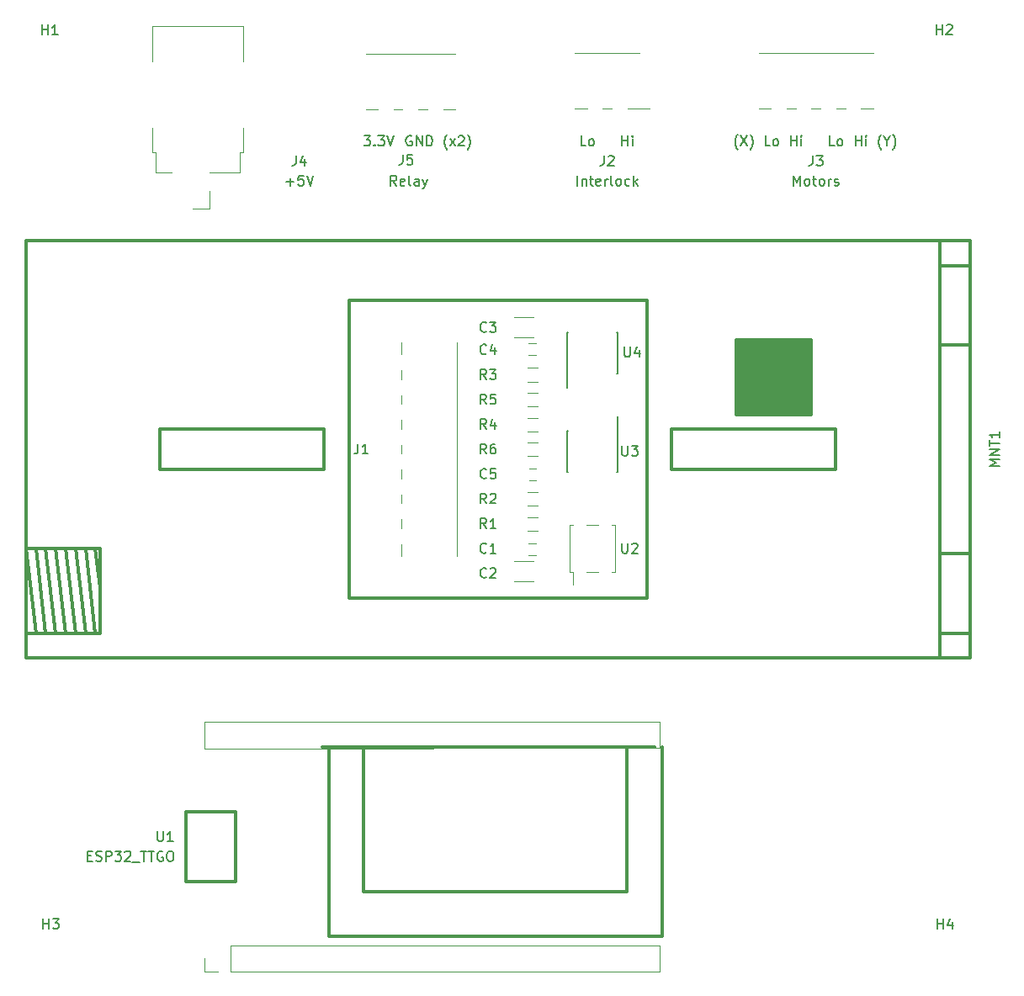
<source format=gto>
%TF.GenerationSoftware,KiCad,Pcbnew,(5.0.0-rc2-dev)*%
%TF.CreationDate,2018-05-14T12:38:31-07:00*%
%TF.ProjectId,makerlabs-acm-reader-lock_v1.0.0,6D616B65726C6162732D61636D2D7265,rev?*%
%TF.SameCoordinates,Original*%
%TF.FileFunction,Legend,Top*%
%TF.FilePolarity,Positive*%
%FSLAX46Y46*%
G04 Gerber Fmt 4.6, Leading zero omitted, Abs format (unit mm)*
G04 Created by KiCad (PCBNEW (5.0.0-rc2-dev)) date Monday, May 14, 2018 at 12:38:31 PM*
%MOMM*%
%LPD*%
G01*
G04 APERTURE LIST*
%ADD10C,0.150000*%
%ADD11C,0.120000*%
%ADD12C,0.300000*%
G04 APERTURE END LIST*
D10*
X196000000Y-62452380D02*
X196000000Y-61452380D01*
X196000000Y-61928571D02*
X196571428Y-61928571D01*
X196571428Y-62452380D02*
X196571428Y-61452380D01*
X197047619Y-62452380D02*
X197047619Y-61785714D01*
X197047619Y-61452380D02*
X197000000Y-61500000D01*
X197047619Y-61547619D01*
X197095238Y-61500000D01*
X197047619Y-61452380D01*
X197047619Y-61547619D01*
X198571428Y-62833333D02*
X198523809Y-62785714D01*
X198428571Y-62642857D01*
X198380952Y-62547619D01*
X198333333Y-62404761D01*
X198285714Y-62166666D01*
X198285714Y-61976190D01*
X198333333Y-61738095D01*
X198380952Y-61595238D01*
X198428571Y-61500000D01*
X198523809Y-61357142D01*
X198571428Y-61309523D01*
X199142857Y-61976190D02*
X199142857Y-62452380D01*
X198809523Y-61452380D02*
X199142857Y-61976190D01*
X199476190Y-61452380D01*
X199714285Y-62833333D02*
X199761904Y-62785714D01*
X199857142Y-62642857D01*
X199904761Y-62547619D01*
X199952380Y-62404761D01*
X200000000Y-62166666D01*
X200000000Y-61976190D01*
X199952380Y-61738095D01*
X199904761Y-61595238D01*
X199857142Y-61500000D01*
X199761904Y-61357142D01*
X199714285Y-61309523D01*
X193857142Y-62452380D02*
X193380952Y-62452380D01*
X193380952Y-61452380D01*
X194333333Y-62452380D02*
X194238095Y-62404761D01*
X194190476Y-62357142D01*
X194142857Y-62261904D01*
X194142857Y-61976190D01*
X194190476Y-61880952D01*
X194238095Y-61833333D01*
X194333333Y-61785714D01*
X194476190Y-61785714D01*
X194571428Y-61833333D01*
X194619047Y-61880952D01*
X194666666Y-61976190D01*
X194666666Y-62261904D01*
X194619047Y-62357142D01*
X194571428Y-62404761D01*
X194476190Y-62452380D01*
X194333333Y-62452380D01*
X189476190Y-62452380D02*
X189476190Y-61452380D01*
X189476190Y-61928571D02*
X190047619Y-61928571D01*
X190047619Y-62452380D02*
X190047619Y-61452380D01*
X190523809Y-62452380D02*
X190523809Y-61785714D01*
X190523809Y-61452380D02*
X190476190Y-61500000D01*
X190523809Y-61547619D01*
X190571428Y-61500000D01*
X190523809Y-61452380D01*
X190523809Y-61547619D01*
X184142857Y-62833333D02*
X184095238Y-62785714D01*
X184000000Y-62642857D01*
X183952380Y-62547619D01*
X183904761Y-62404761D01*
X183857142Y-62166666D01*
X183857142Y-61976190D01*
X183904761Y-61738095D01*
X183952380Y-61595238D01*
X184000000Y-61500000D01*
X184095238Y-61357142D01*
X184142857Y-61309523D01*
X184428571Y-61452380D02*
X185095238Y-62452380D01*
X185095238Y-61452380D02*
X184428571Y-62452380D01*
X185380952Y-62833333D02*
X185428571Y-62785714D01*
X185523809Y-62642857D01*
X185571428Y-62547619D01*
X185619047Y-62404761D01*
X185666666Y-62166666D01*
X185666666Y-61976190D01*
X185619047Y-61738095D01*
X185571428Y-61595238D01*
X185523809Y-61500000D01*
X185428571Y-61357142D01*
X185380952Y-61309523D01*
X187380952Y-62452380D02*
X186904761Y-62452380D01*
X186904761Y-61452380D01*
X187857142Y-62452380D02*
X187761904Y-62404761D01*
X187714285Y-62357142D01*
X187666666Y-62261904D01*
X187666666Y-61976190D01*
X187714285Y-61880952D01*
X187761904Y-61833333D01*
X187857142Y-61785714D01*
X188000000Y-61785714D01*
X188095238Y-61833333D01*
X188142857Y-61880952D01*
X188190476Y-61976190D01*
X188190476Y-62261904D01*
X188142857Y-62357142D01*
X188095238Y-62404761D01*
X188000000Y-62452380D01*
X187857142Y-62452380D01*
X172476190Y-62452380D02*
X172476190Y-61452380D01*
X172476190Y-61928571D02*
X173047619Y-61928571D01*
X173047619Y-62452380D02*
X173047619Y-61452380D01*
X173523809Y-62452380D02*
X173523809Y-61785714D01*
X173523809Y-61452380D02*
X173476190Y-61500000D01*
X173523809Y-61547619D01*
X173571428Y-61500000D01*
X173523809Y-61452380D01*
X173523809Y-61547619D01*
X168857142Y-62452380D02*
X168380952Y-62452380D01*
X168380952Y-61452380D01*
X169333333Y-62452380D02*
X169238095Y-62404761D01*
X169190476Y-62357142D01*
X169142857Y-62261904D01*
X169142857Y-61976190D01*
X169190476Y-61880952D01*
X169238095Y-61833333D01*
X169333333Y-61785714D01*
X169476190Y-61785714D01*
X169571428Y-61833333D01*
X169619047Y-61880952D01*
X169666666Y-61976190D01*
X169666666Y-62261904D01*
X169619047Y-62357142D01*
X169571428Y-62404761D01*
X169476190Y-62452380D01*
X169333333Y-62452380D01*
X151309523Y-61500000D02*
X151214285Y-61452380D01*
X151071428Y-61452380D01*
X150928571Y-61500000D01*
X150833333Y-61595238D01*
X150785714Y-61690476D01*
X150738095Y-61880952D01*
X150738095Y-62023809D01*
X150785714Y-62214285D01*
X150833333Y-62309523D01*
X150928571Y-62404761D01*
X151071428Y-62452380D01*
X151166666Y-62452380D01*
X151309523Y-62404761D01*
X151357142Y-62357142D01*
X151357142Y-62023809D01*
X151166666Y-62023809D01*
X151785714Y-62452380D02*
X151785714Y-61452380D01*
X152357142Y-62452380D01*
X152357142Y-61452380D01*
X152833333Y-62452380D02*
X152833333Y-61452380D01*
X153071428Y-61452380D01*
X153214285Y-61500000D01*
X153309523Y-61595238D01*
X153357142Y-61690476D01*
X153404761Y-61880952D01*
X153404761Y-62023809D01*
X153357142Y-62214285D01*
X153309523Y-62309523D01*
X153214285Y-62404761D01*
X153071428Y-62452380D01*
X152833333Y-62452380D01*
X154880952Y-62833333D02*
X154833333Y-62785714D01*
X154738095Y-62642857D01*
X154690476Y-62547619D01*
X154642857Y-62404761D01*
X154595238Y-62166666D01*
X154595238Y-61976190D01*
X154642857Y-61738095D01*
X154690476Y-61595238D01*
X154738095Y-61500000D01*
X154833333Y-61357142D01*
X154880952Y-61309523D01*
X155166666Y-62452380D02*
X155690476Y-61785714D01*
X155166666Y-61785714D02*
X155690476Y-62452380D01*
X156023809Y-61547619D02*
X156071428Y-61500000D01*
X156166666Y-61452380D01*
X156404761Y-61452380D01*
X156500000Y-61500000D01*
X156547619Y-61547619D01*
X156595238Y-61642857D01*
X156595238Y-61738095D01*
X156547619Y-61880952D01*
X155976190Y-62452380D01*
X156595238Y-62452380D01*
X156928571Y-62833333D02*
X156976190Y-62785714D01*
X157071428Y-62642857D01*
X157119047Y-62547619D01*
X157166666Y-62404761D01*
X157214285Y-62166666D01*
X157214285Y-61976190D01*
X157166666Y-61738095D01*
X157119047Y-61595238D01*
X157071428Y-61500000D01*
X156976190Y-61357142D01*
X156928571Y-61309523D01*
X146523809Y-61452380D02*
X147142857Y-61452380D01*
X146809523Y-61833333D01*
X146952380Y-61833333D01*
X147047619Y-61880952D01*
X147095238Y-61928571D01*
X147142857Y-62023809D01*
X147142857Y-62261904D01*
X147095238Y-62357142D01*
X147047619Y-62404761D01*
X146952380Y-62452380D01*
X146666666Y-62452380D01*
X146571428Y-62404761D01*
X146523809Y-62357142D01*
X147571428Y-62357142D02*
X147619047Y-62404761D01*
X147571428Y-62452380D01*
X147523809Y-62404761D01*
X147571428Y-62357142D01*
X147571428Y-62452380D01*
X147952380Y-61452380D02*
X148571428Y-61452380D01*
X148238095Y-61833333D01*
X148380952Y-61833333D01*
X148476190Y-61880952D01*
X148523809Y-61928571D01*
X148571428Y-62023809D01*
X148571428Y-62261904D01*
X148523809Y-62357142D01*
X148476190Y-62404761D01*
X148380952Y-62452380D01*
X148095238Y-62452380D01*
X148000000Y-62404761D01*
X147952380Y-62357142D01*
X148857142Y-61452380D02*
X149190476Y-62452380D01*
X149523809Y-61452380D01*
D11*
%TO.C,C1*%
X163100000Y-102500000D02*
X163800000Y-102500000D01*
X163800000Y-103700000D02*
X163100000Y-103700000D01*
%TO.C,C4*%
X163100000Y-82300000D02*
X163800000Y-82300000D01*
X163800000Y-83500000D02*
X163100000Y-83500000D01*
%TO.C,C5*%
X163850000Y-96100000D02*
X163150000Y-96100000D01*
X163150000Y-94900000D02*
X163850000Y-94900000D01*
%TO.C,C2*%
X161600000Y-106320000D02*
X163600000Y-106320000D01*
X163600000Y-104280000D02*
X161600000Y-104280000D01*
%TO.C,C3*%
X161600000Y-81720000D02*
X163600000Y-81720000D01*
X163600000Y-79680000D02*
X161600000Y-79680000D01*
%TO.C,U2*%
X170120000Y-100650000D02*
X168880000Y-100650000D01*
X170120000Y-105350000D02*
X168880000Y-105350000D01*
X167550000Y-105350000D02*
X167200000Y-105350000D01*
X167200000Y-105350000D02*
X167200000Y-100650000D01*
X167200000Y-100650000D02*
X167550000Y-100650000D01*
X167550000Y-105350000D02*
X167550000Y-106600000D01*
X171450000Y-105350000D02*
X171800000Y-105350000D01*
X171800000Y-105350000D02*
X171800000Y-100650000D01*
X171800000Y-100650000D02*
X171450000Y-100650000D01*
D10*
%TO.C,U3*%
X172025000Y-91125000D02*
X172025000Y-89725000D01*
X166925000Y-91125000D02*
X166925000Y-95275000D01*
X172075000Y-91125000D02*
X172075000Y-95275000D01*
X166925000Y-91125000D02*
X167070000Y-91125000D01*
X166925000Y-95275000D02*
X167070000Y-95275000D01*
X172075000Y-95275000D02*
X171930000Y-95275000D01*
X172075000Y-91125000D02*
X172025000Y-91125000D01*
%TO.C,U4*%
X166925000Y-85375000D02*
X166975000Y-85375000D01*
X166925000Y-81225000D02*
X167070000Y-81225000D01*
X172075000Y-81225000D02*
X171930000Y-81225000D01*
X172075000Y-85375000D02*
X171930000Y-85375000D01*
X166925000Y-85375000D02*
X166925000Y-81225000D01*
X172075000Y-85375000D02*
X172075000Y-81225000D01*
X166975000Y-85375000D02*
X166975000Y-86775000D01*
D11*
%TO.C,J1*%
X150300000Y-83450000D02*
X150300000Y-82250000D01*
X150300000Y-85950000D02*
X150300000Y-85050000D01*
X150300000Y-88450000D02*
X150300000Y-87550000D01*
X150300000Y-90950000D02*
X150300000Y-90050000D01*
X150300000Y-93450000D02*
X150300000Y-92550000D01*
X150300000Y-95950000D02*
X150300000Y-95050000D01*
X150300000Y-98450000D02*
X150300000Y-97550000D01*
X150300000Y-100950000D02*
X150300000Y-100050000D01*
X150300000Y-103750000D02*
X150300000Y-102550000D01*
X155900000Y-82250000D02*
X155900000Y-103750000D01*
%TO.C,J2*%
X168950000Y-58700000D02*
X167750000Y-58700000D01*
X171450000Y-58700000D02*
X170550000Y-58700000D01*
X175250000Y-58700000D02*
X173050000Y-58700000D01*
X167750000Y-53100000D02*
X174250000Y-53100000D01*
%TO.C,J3*%
X186250000Y-53100000D02*
X197750000Y-53100000D01*
X197750000Y-58700000D02*
X196550000Y-58700000D01*
X194950000Y-58700000D02*
X194050000Y-58700000D01*
X192450000Y-58700000D02*
X191550000Y-58700000D01*
X192450000Y-58700000D02*
X191550000Y-58700000D01*
X189950000Y-58700000D02*
X189050000Y-58700000D01*
X189950000Y-58700000D02*
X189050000Y-58700000D01*
X187450000Y-58700000D02*
X186250000Y-58700000D01*
D12*
%TO.C,MNT1*%
X119500000Y-103000000D02*
X120000000Y-107000000D01*
X118500000Y-103000000D02*
X119500000Y-111500000D01*
X117500000Y-103000000D02*
X118500000Y-111500000D01*
X116500000Y-103000000D02*
X117500000Y-111500000D01*
X115500000Y-103000000D02*
X116500000Y-111500000D01*
X114500000Y-103000000D02*
X115500000Y-111500000D01*
X113500000Y-103000000D02*
X114500000Y-111500000D01*
X112500000Y-103000000D02*
X113500000Y-111500000D01*
D10*
G36*
X184000000Y-89500000D02*
X184000000Y-82000000D01*
X191500000Y-82000000D01*
X191500000Y-89500000D01*
X184000000Y-89500000D01*
G37*
X184000000Y-89500000D02*
X184000000Y-82000000D01*
X191500000Y-82000000D01*
X191500000Y-89500000D01*
X184000000Y-89500000D01*
D12*
X191500000Y-82000000D02*
X191500000Y-89500000D01*
X184000000Y-82000000D02*
X191500000Y-82000000D01*
X184000000Y-89500000D02*
X184000000Y-82000000D01*
X191500000Y-89500000D02*
X184000000Y-89500000D01*
X120000000Y-103000000D02*
X112500000Y-103000000D01*
X120000000Y-111500000D02*
X120000000Y-103000000D01*
X112500000Y-111500000D02*
X120000000Y-111500000D01*
X204500000Y-103500000D02*
X204500000Y-111500000D01*
X207500000Y-103500000D02*
X204500000Y-103500000D01*
X207500000Y-111500000D02*
X207500000Y-103500000D01*
X204500000Y-111500000D02*
X207500000Y-111500000D01*
X207500000Y-82500000D02*
X207500000Y-74500000D01*
X204500000Y-82500000D02*
X207500000Y-82500000D01*
X204500000Y-74500000D02*
X204500000Y-82500000D01*
X207500000Y-74500000D02*
X204500000Y-74500000D01*
X204500000Y-72000000D02*
X204500000Y-114000000D01*
X207500000Y-72000000D02*
X204500000Y-72000000D01*
X207500000Y-114000000D02*
X207500000Y-72000000D01*
X204500000Y-114000000D02*
X207500000Y-114000000D01*
X177500000Y-91000000D02*
X177500000Y-95000000D01*
X194000000Y-91000000D02*
X177500000Y-91000000D01*
X194000000Y-95000000D02*
X194000000Y-91000000D01*
X177500000Y-95000000D02*
X194000000Y-95000000D01*
X126000000Y-95000000D02*
X142500000Y-95000000D01*
X126000000Y-91000000D02*
X126000000Y-95000000D01*
X142500000Y-91000000D02*
X126000000Y-91000000D01*
X142500000Y-95000000D02*
X142500000Y-91000000D01*
X175000000Y-108000000D02*
X145000000Y-108000000D01*
X175000000Y-78000000D02*
X175000000Y-108000000D01*
X145000000Y-78000000D02*
X175000000Y-78000000D01*
X145000000Y-108000000D02*
X145000000Y-78000000D01*
X112500000Y-72000000D02*
X112500000Y-114000000D01*
X207500000Y-72000000D02*
X112500000Y-72000000D01*
X207500000Y-114000000D02*
X207500000Y-72000000D01*
X112500000Y-114000000D02*
X207500000Y-114000000D01*
D11*
%TO.C,U1*%
X130450000Y-123100000D02*
X130450000Y-120400000D01*
X130450000Y-120400000D02*
X176310000Y-120420000D01*
X130450000Y-123100000D02*
X176310000Y-123080000D01*
X176310000Y-123080000D02*
X176310000Y-120420000D01*
X176310000Y-145580000D02*
X176310000Y-142920000D01*
X133070000Y-145580000D02*
X176310000Y-145580000D01*
X133070000Y-142920000D02*
X176310000Y-142920000D01*
X133070000Y-145580000D02*
X133070000Y-142920000D01*
X131800000Y-145580000D02*
X130470000Y-145580000D01*
X130470000Y-145580000D02*
X130470000Y-144250000D01*
D12*
X176500000Y-142000000D02*
X176500000Y-123000000D01*
X175800000Y-123000000D02*
X142300000Y-123000000D01*
X143000000Y-123000000D02*
X143000000Y-142000000D01*
X143000000Y-142000000D02*
X176500000Y-142000000D01*
X173000000Y-137500000D02*
X146500000Y-137500000D01*
X146500000Y-137500000D02*
X146500000Y-123000000D01*
X145800000Y-123000000D02*
X172300000Y-123000000D01*
X173000000Y-123000000D02*
X173000000Y-137500000D01*
X128600000Y-136500000D02*
X133600000Y-136500000D01*
X133600000Y-136500000D02*
X133600000Y-129500000D01*
X133600000Y-129500000D02*
X128600000Y-129500000D01*
X128600000Y-129500000D02*
X128600000Y-136500000D01*
D11*
%TO.C,J4*%
X130990000Y-68740000D02*
X129250000Y-68740000D01*
X130990000Y-67000000D02*
X130990000Y-68740000D01*
X125200000Y-63100000D02*
X125200000Y-60650000D01*
X125600000Y-63100000D02*
X125200000Y-63100000D01*
X125600000Y-65100000D02*
X125600000Y-63100000D01*
X127200000Y-65100000D02*
X125600000Y-65100000D01*
X134000000Y-65100000D02*
X131000000Y-65100000D01*
X134000000Y-63100000D02*
X134000000Y-65100000D01*
X134400000Y-63100000D02*
X134000000Y-63100000D01*
X134400000Y-60650000D02*
X134400000Y-63100000D01*
X134400000Y-50400000D02*
X134400000Y-53950000D01*
X125200000Y-50400000D02*
X134400000Y-50400000D01*
X125200000Y-53950000D02*
X125200000Y-50400000D01*
%TO.C,R1*%
X163000000Y-99820000D02*
X164000000Y-99820000D01*
X164000000Y-101180000D02*
X163000000Y-101180000D01*
%TO.C,R2*%
X163000000Y-97320000D02*
X164000000Y-97320000D01*
X164000000Y-98680000D02*
X163000000Y-98680000D01*
%TO.C,R3*%
X163000000Y-84820000D02*
X164000000Y-84820000D01*
X164000000Y-86180000D02*
X163000000Y-86180000D01*
%TO.C,R4*%
X163000000Y-89820000D02*
X164000000Y-89820000D01*
X164000000Y-91180000D02*
X163000000Y-91180000D01*
%TO.C,R5*%
X164000000Y-88680000D02*
X163000000Y-88680000D01*
X163000000Y-87320000D02*
X164000000Y-87320000D01*
%TO.C,R6*%
X164000000Y-93680000D02*
X163000000Y-93680000D01*
X163000000Y-92320000D02*
X164000000Y-92320000D01*
%TO.C,J5*%
X146700000Y-53200000D02*
X155700000Y-53200000D01*
X155700000Y-58800000D02*
X154500000Y-58800000D01*
X152900000Y-58800000D02*
X152000000Y-58800000D01*
X150400000Y-58800000D02*
X149500000Y-58800000D01*
X147900000Y-58800000D02*
X146700000Y-58800000D01*
%TO.C,C1*%
D10*
X158833333Y-103357142D02*
X158785714Y-103404761D01*
X158642857Y-103452380D01*
X158547619Y-103452380D01*
X158404761Y-103404761D01*
X158309523Y-103309523D01*
X158261904Y-103214285D01*
X158214285Y-103023809D01*
X158214285Y-102880952D01*
X158261904Y-102690476D01*
X158309523Y-102595238D01*
X158404761Y-102500000D01*
X158547619Y-102452380D01*
X158642857Y-102452380D01*
X158785714Y-102500000D01*
X158833333Y-102547619D01*
X159785714Y-103452380D02*
X159214285Y-103452380D01*
X159500000Y-103452380D02*
X159500000Y-102452380D01*
X159404761Y-102595238D01*
X159309523Y-102690476D01*
X159214285Y-102738095D01*
%TO.C,C4*%
X158833333Y-83357142D02*
X158785714Y-83404761D01*
X158642857Y-83452380D01*
X158547619Y-83452380D01*
X158404761Y-83404761D01*
X158309523Y-83309523D01*
X158261904Y-83214285D01*
X158214285Y-83023809D01*
X158214285Y-82880952D01*
X158261904Y-82690476D01*
X158309523Y-82595238D01*
X158404761Y-82500000D01*
X158547619Y-82452380D01*
X158642857Y-82452380D01*
X158785714Y-82500000D01*
X158833333Y-82547619D01*
X159690476Y-82785714D02*
X159690476Y-83452380D01*
X159452380Y-82404761D02*
X159214285Y-83119047D01*
X159833333Y-83119047D01*
%TO.C,C5*%
X158833333Y-95857142D02*
X158785714Y-95904761D01*
X158642857Y-95952380D01*
X158547619Y-95952380D01*
X158404761Y-95904761D01*
X158309523Y-95809523D01*
X158261904Y-95714285D01*
X158214285Y-95523809D01*
X158214285Y-95380952D01*
X158261904Y-95190476D01*
X158309523Y-95095238D01*
X158404761Y-95000000D01*
X158547619Y-94952380D01*
X158642857Y-94952380D01*
X158785714Y-95000000D01*
X158833333Y-95047619D01*
X159738095Y-94952380D02*
X159261904Y-94952380D01*
X159214285Y-95428571D01*
X159261904Y-95380952D01*
X159357142Y-95333333D01*
X159595238Y-95333333D01*
X159690476Y-95380952D01*
X159738095Y-95428571D01*
X159785714Y-95523809D01*
X159785714Y-95761904D01*
X159738095Y-95857142D01*
X159690476Y-95904761D01*
X159595238Y-95952380D01*
X159357142Y-95952380D01*
X159261904Y-95904761D01*
X159214285Y-95857142D01*
%TO.C,C2*%
X158833333Y-105857142D02*
X158785714Y-105904761D01*
X158642857Y-105952380D01*
X158547619Y-105952380D01*
X158404761Y-105904761D01*
X158309523Y-105809523D01*
X158261904Y-105714285D01*
X158214285Y-105523809D01*
X158214285Y-105380952D01*
X158261904Y-105190476D01*
X158309523Y-105095238D01*
X158404761Y-105000000D01*
X158547619Y-104952380D01*
X158642857Y-104952380D01*
X158785714Y-105000000D01*
X158833333Y-105047619D01*
X159214285Y-105047619D02*
X159261904Y-105000000D01*
X159357142Y-104952380D01*
X159595238Y-104952380D01*
X159690476Y-105000000D01*
X159738095Y-105047619D01*
X159785714Y-105142857D01*
X159785714Y-105238095D01*
X159738095Y-105380952D01*
X159166666Y-105952380D01*
X159785714Y-105952380D01*
%TO.C,C3*%
X158833333Y-81107142D02*
X158785714Y-81154761D01*
X158642857Y-81202380D01*
X158547619Y-81202380D01*
X158404761Y-81154761D01*
X158309523Y-81059523D01*
X158261904Y-80964285D01*
X158214285Y-80773809D01*
X158214285Y-80630952D01*
X158261904Y-80440476D01*
X158309523Y-80345238D01*
X158404761Y-80250000D01*
X158547619Y-80202380D01*
X158642857Y-80202380D01*
X158785714Y-80250000D01*
X158833333Y-80297619D01*
X159166666Y-80202380D02*
X159785714Y-80202380D01*
X159452380Y-80583333D01*
X159595238Y-80583333D01*
X159690476Y-80630952D01*
X159738095Y-80678571D01*
X159785714Y-80773809D01*
X159785714Y-81011904D01*
X159738095Y-81107142D01*
X159690476Y-81154761D01*
X159595238Y-81202380D01*
X159309523Y-81202380D01*
X159214285Y-81154761D01*
X159166666Y-81107142D01*
%TO.C,U2*%
X172488095Y-102452380D02*
X172488095Y-103261904D01*
X172535714Y-103357142D01*
X172583333Y-103404761D01*
X172678571Y-103452380D01*
X172869047Y-103452380D01*
X172964285Y-103404761D01*
X173011904Y-103357142D01*
X173059523Y-103261904D01*
X173059523Y-102452380D01*
X173488095Y-102547619D02*
X173535714Y-102500000D01*
X173630952Y-102452380D01*
X173869047Y-102452380D01*
X173964285Y-102500000D01*
X174011904Y-102547619D01*
X174059523Y-102642857D01*
X174059523Y-102738095D01*
X174011904Y-102880952D01*
X173440476Y-103452380D01*
X174059523Y-103452380D01*
%TO.C,U3*%
X172488095Y-92652380D02*
X172488095Y-93461904D01*
X172535714Y-93557142D01*
X172583333Y-93604761D01*
X172678571Y-93652380D01*
X172869047Y-93652380D01*
X172964285Y-93604761D01*
X173011904Y-93557142D01*
X173059523Y-93461904D01*
X173059523Y-92652380D01*
X173440476Y-92652380D02*
X174059523Y-92652380D01*
X173726190Y-93033333D01*
X173869047Y-93033333D01*
X173964285Y-93080952D01*
X174011904Y-93128571D01*
X174059523Y-93223809D01*
X174059523Y-93461904D01*
X174011904Y-93557142D01*
X173964285Y-93604761D01*
X173869047Y-93652380D01*
X173583333Y-93652380D01*
X173488095Y-93604761D01*
X173440476Y-93557142D01*
%TO.C,U4*%
X172738095Y-82702380D02*
X172738095Y-83511904D01*
X172785714Y-83607142D01*
X172833333Y-83654761D01*
X172928571Y-83702380D01*
X173119047Y-83702380D01*
X173214285Y-83654761D01*
X173261904Y-83607142D01*
X173309523Y-83511904D01*
X173309523Y-82702380D01*
X174214285Y-83035714D02*
X174214285Y-83702380D01*
X173976190Y-82654761D02*
X173738095Y-83369047D01*
X174357142Y-83369047D01*
%TO.C,J1*%
X145916666Y-92452380D02*
X145916666Y-93166666D01*
X145869047Y-93309523D01*
X145773809Y-93404761D01*
X145630952Y-93452380D01*
X145535714Y-93452380D01*
X146916666Y-93452380D02*
X146345238Y-93452380D01*
X146630952Y-93452380D02*
X146630952Y-92452380D01*
X146535714Y-92595238D01*
X146440476Y-92690476D01*
X146345238Y-92738095D01*
%TO.C,J2*%
X170666666Y-63452380D02*
X170666666Y-64166666D01*
X170619047Y-64309523D01*
X170523809Y-64404761D01*
X170380952Y-64452380D01*
X170285714Y-64452380D01*
X171095238Y-63547619D02*
X171142857Y-63500000D01*
X171238095Y-63452380D01*
X171476190Y-63452380D01*
X171571428Y-63500000D01*
X171619047Y-63547619D01*
X171666666Y-63642857D01*
X171666666Y-63738095D01*
X171619047Y-63880952D01*
X171047619Y-64452380D01*
X171666666Y-64452380D01*
X167976190Y-66452380D02*
X167976190Y-65452380D01*
X168452380Y-65785714D02*
X168452380Y-66452380D01*
X168452380Y-65880952D02*
X168500000Y-65833333D01*
X168595238Y-65785714D01*
X168738095Y-65785714D01*
X168833333Y-65833333D01*
X168880952Y-65928571D01*
X168880952Y-66452380D01*
X169214285Y-65785714D02*
X169595238Y-65785714D01*
X169357142Y-65452380D02*
X169357142Y-66309523D01*
X169404761Y-66404761D01*
X169500000Y-66452380D01*
X169595238Y-66452380D01*
X170309523Y-66404761D02*
X170214285Y-66452380D01*
X170023809Y-66452380D01*
X169928571Y-66404761D01*
X169880952Y-66309523D01*
X169880952Y-65928571D01*
X169928571Y-65833333D01*
X170023809Y-65785714D01*
X170214285Y-65785714D01*
X170309523Y-65833333D01*
X170357142Y-65928571D01*
X170357142Y-66023809D01*
X169880952Y-66119047D01*
X170785714Y-66452380D02*
X170785714Y-65785714D01*
X170785714Y-65976190D02*
X170833333Y-65880952D01*
X170880952Y-65833333D01*
X170976190Y-65785714D01*
X171071428Y-65785714D01*
X171547619Y-66452380D02*
X171452380Y-66404761D01*
X171404761Y-66309523D01*
X171404761Y-65452380D01*
X172071428Y-66452380D02*
X171976190Y-66404761D01*
X171928571Y-66357142D01*
X171880952Y-66261904D01*
X171880952Y-65976190D01*
X171928571Y-65880952D01*
X171976190Y-65833333D01*
X172071428Y-65785714D01*
X172214285Y-65785714D01*
X172309523Y-65833333D01*
X172357142Y-65880952D01*
X172404761Y-65976190D01*
X172404761Y-66261904D01*
X172357142Y-66357142D01*
X172309523Y-66404761D01*
X172214285Y-66452380D01*
X172071428Y-66452380D01*
X173261904Y-66404761D02*
X173166666Y-66452380D01*
X172976190Y-66452380D01*
X172880952Y-66404761D01*
X172833333Y-66357142D01*
X172785714Y-66261904D01*
X172785714Y-65976190D01*
X172833333Y-65880952D01*
X172880952Y-65833333D01*
X172976190Y-65785714D01*
X173166666Y-65785714D01*
X173261904Y-65833333D01*
X173690476Y-66452380D02*
X173690476Y-65452380D01*
X173785714Y-66071428D02*
X174071428Y-66452380D01*
X174071428Y-65785714D02*
X173690476Y-66166666D01*
%TO.C,J3*%
X191666666Y-63452380D02*
X191666666Y-64166666D01*
X191619047Y-64309523D01*
X191523809Y-64404761D01*
X191380952Y-64452380D01*
X191285714Y-64452380D01*
X192047619Y-63452380D02*
X192666666Y-63452380D01*
X192333333Y-63833333D01*
X192476190Y-63833333D01*
X192571428Y-63880952D01*
X192619047Y-63928571D01*
X192666666Y-64023809D01*
X192666666Y-64261904D01*
X192619047Y-64357142D01*
X192571428Y-64404761D01*
X192476190Y-64452380D01*
X192190476Y-64452380D01*
X192095238Y-64404761D01*
X192047619Y-64357142D01*
X189761904Y-66452380D02*
X189761904Y-65452380D01*
X190095238Y-66166666D01*
X190428571Y-65452380D01*
X190428571Y-66452380D01*
X191047619Y-66452380D02*
X190952380Y-66404761D01*
X190904761Y-66357142D01*
X190857142Y-66261904D01*
X190857142Y-65976190D01*
X190904761Y-65880952D01*
X190952380Y-65833333D01*
X191047619Y-65785714D01*
X191190476Y-65785714D01*
X191285714Y-65833333D01*
X191333333Y-65880952D01*
X191380952Y-65976190D01*
X191380952Y-66261904D01*
X191333333Y-66357142D01*
X191285714Y-66404761D01*
X191190476Y-66452380D01*
X191047619Y-66452380D01*
X191666666Y-65785714D02*
X192047619Y-65785714D01*
X191809523Y-65452380D02*
X191809523Y-66309523D01*
X191857142Y-66404761D01*
X191952380Y-66452380D01*
X192047619Y-66452380D01*
X192523809Y-66452380D02*
X192428571Y-66404761D01*
X192380952Y-66357142D01*
X192333333Y-66261904D01*
X192333333Y-65976190D01*
X192380952Y-65880952D01*
X192428571Y-65833333D01*
X192523809Y-65785714D01*
X192666666Y-65785714D01*
X192761904Y-65833333D01*
X192809523Y-65880952D01*
X192857142Y-65976190D01*
X192857142Y-66261904D01*
X192809523Y-66357142D01*
X192761904Y-66404761D01*
X192666666Y-66452380D01*
X192523809Y-66452380D01*
X193285714Y-66452380D02*
X193285714Y-65785714D01*
X193285714Y-65976190D02*
X193333333Y-65880952D01*
X193380952Y-65833333D01*
X193476190Y-65785714D01*
X193571428Y-65785714D01*
X193857142Y-66404761D02*
X193952380Y-66452380D01*
X194142857Y-66452380D01*
X194238095Y-66404761D01*
X194285714Y-66309523D01*
X194285714Y-66261904D01*
X194238095Y-66166666D01*
X194142857Y-66119047D01*
X194000000Y-66119047D01*
X193904761Y-66071428D01*
X193857142Y-65976190D01*
X193857142Y-65928571D01*
X193904761Y-65833333D01*
X194000000Y-65785714D01*
X194142857Y-65785714D01*
X194238095Y-65833333D01*
%TO.C,H1*%
X114138095Y-51252380D02*
X114138095Y-50252380D01*
X114138095Y-50728571D02*
X114709523Y-50728571D01*
X114709523Y-51252380D02*
X114709523Y-50252380D01*
X115709523Y-51252380D02*
X115138095Y-51252380D01*
X115423809Y-51252380D02*
X115423809Y-50252380D01*
X115328571Y-50395238D01*
X115233333Y-50490476D01*
X115138095Y-50538095D01*
%TO.C,H2*%
X204138095Y-51252380D02*
X204138095Y-50252380D01*
X204138095Y-50728571D02*
X204709523Y-50728571D01*
X204709523Y-51252380D02*
X204709523Y-50252380D01*
X205138095Y-50347619D02*
X205185714Y-50300000D01*
X205280952Y-50252380D01*
X205519047Y-50252380D01*
X205614285Y-50300000D01*
X205661904Y-50347619D01*
X205709523Y-50442857D01*
X205709523Y-50538095D01*
X205661904Y-50680952D01*
X205090476Y-51252380D01*
X205709523Y-51252380D01*
%TO.C,H3*%
X114238095Y-141252380D02*
X114238095Y-140252380D01*
X114238095Y-140728571D02*
X114809523Y-140728571D01*
X114809523Y-141252380D02*
X114809523Y-140252380D01*
X115190476Y-140252380D02*
X115809523Y-140252380D01*
X115476190Y-140633333D01*
X115619047Y-140633333D01*
X115714285Y-140680952D01*
X115761904Y-140728571D01*
X115809523Y-140823809D01*
X115809523Y-141061904D01*
X115761904Y-141157142D01*
X115714285Y-141204761D01*
X115619047Y-141252380D01*
X115333333Y-141252380D01*
X115238095Y-141204761D01*
X115190476Y-141157142D01*
%TO.C,H4*%
X204238095Y-141252380D02*
X204238095Y-140252380D01*
X204238095Y-140728571D02*
X204809523Y-140728571D01*
X204809523Y-141252380D02*
X204809523Y-140252380D01*
X205714285Y-140585714D02*
X205714285Y-141252380D01*
X205476190Y-140204761D02*
X205238095Y-140919047D01*
X205857142Y-140919047D01*
%TO.C,MNT1*%
X210452380Y-94714285D02*
X209452380Y-94714285D01*
X210166666Y-94380952D01*
X209452380Y-94047619D01*
X210452380Y-94047619D01*
X210452380Y-93571428D02*
X209452380Y-93571428D01*
X210452380Y-93000000D01*
X209452380Y-93000000D01*
X209452380Y-92666666D02*
X209452380Y-92095238D01*
X210452380Y-92380952D02*
X209452380Y-92380952D01*
X210452380Y-91238095D02*
X210452380Y-91809523D01*
X210452380Y-91523809D02*
X209452380Y-91523809D01*
X209595238Y-91619047D01*
X209690476Y-91714285D01*
X209738095Y-91809523D01*
%TO.C,U1*%
X125738095Y-131452380D02*
X125738095Y-132261904D01*
X125785714Y-132357142D01*
X125833333Y-132404761D01*
X125928571Y-132452380D01*
X126119047Y-132452380D01*
X126214285Y-132404761D01*
X126261904Y-132357142D01*
X126309523Y-132261904D01*
X126309523Y-131452380D01*
X127309523Y-132452380D02*
X126738095Y-132452380D01*
X127023809Y-132452380D02*
X127023809Y-131452380D01*
X126928571Y-131595238D01*
X126833333Y-131690476D01*
X126738095Y-131738095D01*
X118690476Y-133928571D02*
X119023809Y-133928571D01*
X119166666Y-134452380D02*
X118690476Y-134452380D01*
X118690476Y-133452380D01*
X119166666Y-133452380D01*
X119547619Y-134404761D02*
X119690476Y-134452380D01*
X119928571Y-134452380D01*
X120023809Y-134404761D01*
X120071428Y-134357142D01*
X120119047Y-134261904D01*
X120119047Y-134166666D01*
X120071428Y-134071428D01*
X120023809Y-134023809D01*
X119928571Y-133976190D01*
X119738095Y-133928571D01*
X119642857Y-133880952D01*
X119595238Y-133833333D01*
X119547619Y-133738095D01*
X119547619Y-133642857D01*
X119595238Y-133547619D01*
X119642857Y-133500000D01*
X119738095Y-133452380D01*
X119976190Y-133452380D01*
X120119047Y-133500000D01*
X120547619Y-134452380D02*
X120547619Y-133452380D01*
X120928571Y-133452380D01*
X121023809Y-133500000D01*
X121071428Y-133547619D01*
X121119047Y-133642857D01*
X121119047Y-133785714D01*
X121071428Y-133880952D01*
X121023809Y-133928571D01*
X120928571Y-133976190D01*
X120547619Y-133976190D01*
X121452380Y-133452380D02*
X122071428Y-133452380D01*
X121738095Y-133833333D01*
X121880952Y-133833333D01*
X121976190Y-133880952D01*
X122023809Y-133928571D01*
X122071428Y-134023809D01*
X122071428Y-134261904D01*
X122023809Y-134357142D01*
X121976190Y-134404761D01*
X121880952Y-134452380D01*
X121595238Y-134452380D01*
X121500000Y-134404761D01*
X121452380Y-134357142D01*
X122452380Y-133547619D02*
X122500000Y-133500000D01*
X122595238Y-133452380D01*
X122833333Y-133452380D01*
X122928571Y-133500000D01*
X122976190Y-133547619D01*
X123023809Y-133642857D01*
X123023809Y-133738095D01*
X122976190Y-133880952D01*
X122404761Y-134452380D01*
X123023809Y-134452380D01*
X123214285Y-134547619D02*
X123976190Y-134547619D01*
X124071428Y-133452380D02*
X124642857Y-133452380D01*
X124357142Y-134452380D02*
X124357142Y-133452380D01*
X124833333Y-133452380D02*
X125404761Y-133452380D01*
X125119047Y-134452380D02*
X125119047Y-133452380D01*
X126261904Y-133500000D02*
X126166666Y-133452380D01*
X126023809Y-133452380D01*
X125880952Y-133500000D01*
X125785714Y-133595238D01*
X125738095Y-133690476D01*
X125690476Y-133880952D01*
X125690476Y-134023809D01*
X125738095Y-134214285D01*
X125785714Y-134309523D01*
X125880952Y-134404761D01*
X126023809Y-134452380D01*
X126119047Y-134452380D01*
X126261904Y-134404761D01*
X126309523Y-134357142D01*
X126309523Y-134023809D01*
X126119047Y-134023809D01*
X126928571Y-133452380D02*
X127119047Y-133452380D01*
X127214285Y-133500000D01*
X127309523Y-133595238D01*
X127357142Y-133785714D01*
X127357142Y-134119047D01*
X127309523Y-134309523D01*
X127214285Y-134404761D01*
X127119047Y-134452380D01*
X126928571Y-134452380D01*
X126833333Y-134404761D01*
X126738095Y-134309523D01*
X126690476Y-134119047D01*
X126690476Y-133785714D01*
X126738095Y-133595238D01*
X126833333Y-133500000D01*
X126928571Y-133452380D01*
%TO.C,J4*%
X139666666Y-63452380D02*
X139666666Y-64166666D01*
X139619047Y-64309523D01*
X139523809Y-64404761D01*
X139380952Y-64452380D01*
X139285714Y-64452380D01*
X140571428Y-63785714D02*
X140571428Y-64452380D01*
X140333333Y-63404761D02*
X140095238Y-64119047D01*
X140714285Y-64119047D01*
X138714285Y-66071428D02*
X139476190Y-66071428D01*
X139095238Y-66452380D02*
X139095238Y-65690476D01*
X140428571Y-65452380D02*
X139952380Y-65452380D01*
X139904761Y-65928571D01*
X139952380Y-65880952D01*
X140047619Y-65833333D01*
X140285714Y-65833333D01*
X140380952Y-65880952D01*
X140428571Y-65928571D01*
X140476190Y-66023809D01*
X140476190Y-66261904D01*
X140428571Y-66357142D01*
X140380952Y-66404761D01*
X140285714Y-66452380D01*
X140047619Y-66452380D01*
X139952380Y-66404761D01*
X139904761Y-66357142D01*
X140761904Y-65452380D02*
X141095238Y-66452380D01*
X141428571Y-65452380D01*
%TO.C,R1*%
X158833333Y-100952380D02*
X158500000Y-100476190D01*
X158261904Y-100952380D02*
X158261904Y-99952380D01*
X158642857Y-99952380D01*
X158738095Y-100000000D01*
X158785714Y-100047619D01*
X158833333Y-100142857D01*
X158833333Y-100285714D01*
X158785714Y-100380952D01*
X158738095Y-100428571D01*
X158642857Y-100476190D01*
X158261904Y-100476190D01*
X159785714Y-100952380D02*
X159214285Y-100952380D01*
X159500000Y-100952380D02*
X159500000Y-99952380D01*
X159404761Y-100095238D01*
X159309523Y-100190476D01*
X159214285Y-100238095D01*
%TO.C,R2*%
X158833333Y-98452380D02*
X158500000Y-97976190D01*
X158261904Y-98452380D02*
X158261904Y-97452380D01*
X158642857Y-97452380D01*
X158738095Y-97500000D01*
X158785714Y-97547619D01*
X158833333Y-97642857D01*
X158833333Y-97785714D01*
X158785714Y-97880952D01*
X158738095Y-97928571D01*
X158642857Y-97976190D01*
X158261904Y-97976190D01*
X159214285Y-97547619D02*
X159261904Y-97500000D01*
X159357142Y-97452380D01*
X159595238Y-97452380D01*
X159690476Y-97500000D01*
X159738095Y-97547619D01*
X159785714Y-97642857D01*
X159785714Y-97738095D01*
X159738095Y-97880952D01*
X159166666Y-98452380D01*
X159785714Y-98452380D01*
%TO.C,R3*%
X158833333Y-85952380D02*
X158500000Y-85476190D01*
X158261904Y-85952380D02*
X158261904Y-84952380D01*
X158642857Y-84952380D01*
X158738095Y-85000000D01*
X158785714Y-85047619D01*
X158833333Y-85142857D01*
X158833333Y-85285714D01*
X158785714Y-85380952D01*
X158738095Y-85428571D01*
X158642857Y-85476190D01*
X158261904Y-85476190D01*
X159166666Y-84952380D02*
X159785714Y-84952380D01*
X159452380Y-85333333D01*
X159595238Y-85333333D01*
X159690476Y-85380952D01*
X159738095Y-85428571D01*
X159785714Y-85523809D01*
X159785714Y-85761904D01*
X159738095Y-85857142D01*
X159690476Y-85904761D01*
X159595238Y-85952380D01*
X159309523Y-85952380D01*
X159214285Y-85904761D01*
X159166666Y-85857142D01*
%TO.C,R4*%
X158833333Y-90952380D02*
X158500000Y-90476190D01*
X158261904Y-90952380D02*
X158261904Y-89952380D01*
X158642857Y-89952380D01*
X158738095Y-90000000D01*
X158785714Y-90047619D01*
X158833333Y-90142857D01*
X158833333Y-90285714D01*
X158785714Y-90380952D01*
X158738095Y-90428571D01*
X158642857Y-90476190D01*
X158261904Y-90476190D01*
X159690476Y-90285714D02*
X159690476Y-90952380D01*
X159452380Y-89904761D02*
X159214285Y-90619047D01*
X159833333Y-90619047D01*
%TO.C,R5*%
X158833333Y-88452380D02*
X158500000Y-87976190D01*
X158261904Y-88452380D02*
X158261904Y-87452380D01*
X158642857Y-87452380D01*
X158738095Y-87500000D01*
X158785714Y-87547619D01*
X158833333Y-87642857D01*
X158833333Y-87785714D01*
X158785714Y-87880952D01*
X158738095Y-87928571D01*
X158642857Y-87976190D01*
X158261904Y-87976190D01*
X159738095Y-87452380D02*
X159261904Y-87452380D01*
X159214285Y-87928571D01*
X159261904Y-87880952D01*
X159357142Y-87833333D01*
X159595238Y-87833333D01*
X159690476Y-87880952D01*
X159738095Y-87928571D01*
X159785714Y-88023809D01*
X159785714Y-88261904D01*
X159738095Y-88357142D01*
X159690476Y-88404761D01*
X159595238Y-88452380D01*
X159357142Y-88452380D01*
X159261904Y-88404761D01*
X159214285Y-88357142D01*
%TO.C,R6*%
X158833333Y-93452380D02*
X158500000Y-92976190D01*
X158261904Y-93452380D02*
X158261904Y-92452380D01*
X158642857Y-92452380D01*
X158738095Y-92500000D01*
X158785714Y-92547619D01*
X158833333Y-92642857D01*
X158833333Y-92785714D01*
X158785714Y-92880952D01*
X158738095Y-92928571D01*
X158642857Y-92976190D01*
X158261904Y-92976190D01*
X159690476Y-92452380D02*
X159500000Y-92452380D01*
X159404761Y-92500000D01*
X159357142Y-92547619D01*
X159261904Y-92690476D01*
X159214285Y-92880952D01*
X159214285Y-93261904D01*
X159261904Y-93357142D01*
X159309523Y-93404761D01*
X159404761Y-93452380D01*
X159595238Y-93452380D01*
X159690476Y-93404761D01*
X159738095Y-93357142D01*
X159785714Y-93261904D01*
X159785714Y-93023809D01*
X159738095Y-92928571D01*
X159690476Y-92880952D01*
X159595238Y-92833333D01*
X159404761Y-92833333D01*
X159309523Y-92880952D01*
X159261904Y-92928571D01*
X159214285Y-93023809D01*
%TO.C,J5*%
X150421309Y-63352380D02*
X150421309Y-64066666D01*
X150373690Y-64209523D01*
X150278452Y-64304761D01*
X150135595Y-64352380D01*
X150040357Y-64352380D01*
X151373690Y-63352380D02*
X150897500Y-63352380D01*
X150849880Y-63828571D01*
X150897500Y-63780952D01*
X150992738Y-63733333D01*
X151230833Y-63733333D01*
X151326071Y-63780952D01*
X151373690Y-63828571D01*
X151421309Y-63923809D01*
X151421309Y-64161904D01*
X151373690Y-64257142D01*
X151326071Y-64304761D01*
X151230833Y-64352380D01*
X150992738Y-64352380D01*
X150897500Y-64304761D01*
X150849880Y-64257142D01*
X149785714Y-66452380D02*
X149452380Y-65976190D01*
X149214285Y-66452380D02*
X149214285Y-65452380D01*
X149595238Y-65452380D01*
X149690476Y-65500000D01*
X149738095Y-65547619D01*
X149785714Y-65642857D01*
X149785714Y-65785714D01*
X149738095Y-65880952D01*
X149690476Y-65928571D01*
X149595238Y-65976190D01*
X149214285Y-65976190D01*
X150595238Y-66404761D02*
X150500000Y-66452380D01*
X150309523Y-66452380D01*
X150214285Y-66404761D01*
X150166666Y-66309523D01*
X150166666Y-65928571D01*
X150214285Y-65833333D01*
X150309523Y-65785714D01*
X150500000Y-65785714D01*
X150595238Y-65833333D01*
X150642857Y-65928571D01*
X150642857Y-66023809D01*
X150166666Y-66119047D01*
X151214285Y-66452380D02*
X151119047Y-66404761D01*
X151071428Y-66309523D01*
X151071428Y-65452380D01*
X152023809Y-66452380D02*
X152023809Y-65928571D01*
X151976190Y-65833333D01*
X151880952Y-65785714D01*
X151690476Y-65785714D01*
X151595238Y-65833333D01*
X152023809Y-66404761D02*
X151928571Y-66452380D01*
X151690476Y-66452380D01*
X151595238Y-66404761D01*
X151547619Y-66309523D01*
X151547619Y-66214285D01*
X151595238Y-66119047D01*
X151690476Y-66071428D01*
X151928571Y-66071428D01*
X152023809Y-66023809D01*
X152404761Y-65785714D02*
X152642857Y-66452380D01*
X152880952Y-65785714D02*
X152642857Y-66452380D01*
X152547619Y-66690476D01*
X152500000Y-66738095D01*
X152404761Y-66785714D01*
%TD*%
M02*

</source>
